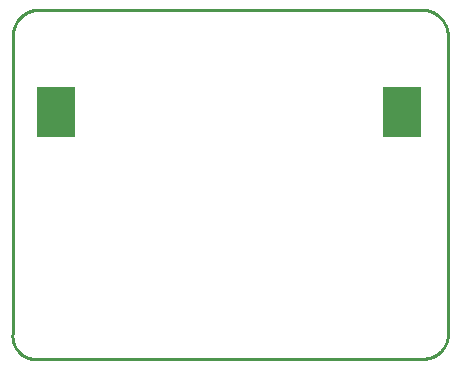
<source format=gbp>
G75*
%MOIN*%
%OFA0B0*%
%FSLAX25Y25*%
%IPPOS*%
%LPD*%
%AMOC8*
5,1,8,0,0,1.08239X$1,22.5*
%
%ADD10C,0.01000*%
%ADD11R,0.12992X0.16929*%
D10*
X0007860Y0046945D02*
X0139110Y0046945D01*
X0139110Y0046944D02*
X0139308Y0046963D01*
X0139504Y0046986D01*
X0139700Y0047014D01*
X0139896Y0047047D01*
X0140090Y0047085D01*
X0140284Y0047127D01*
X0140476Y0047174D01*
X0140667Y0047225D01*
X0140857Y0047281D01*
X0141046Y0047342D01*
X0141233Y0047407D01*
X0141418Y0047477D01*
X0141602Y0047551D01*
X0141784Y0047630D01*
X0141964Y0047713D01*
X0142142Y0047800D01*
X0142317Y0047891D01*
X0142491Y0047987D01*
X0142662Y0048087D01*
X0142830Y0048191D01*
X0142996Y0048299D01*
X0143160Y0048411D01*
X0143320Y0048527D01*
X0143478Y0048647D01*
X0143633Y0048771D01*
X0143784Y0048898D01*
X0143933Y0049029D01*
X0144079Y0049163D01*
X0144221Y0049301D01*
X0144359Y0049443D01*
X0144495Y0049587D01*
X0144627Y0049735D01*
X0144755Y0049886D01*
X0144879Y0050040D01*
X0145000Y0050198D01*
X0145117Y0050357D01*
X0145230Y0050520D01*
X0145339Y0050686D01*
X0145444Y0050853D01*
X0145545Y0051024D01*
X0145641Y0051197D01*
X0145734Y0051372D01*
X0145822Y0051549D01*
X0145906Y0051729D01*
X0145986Y0051910D01*
X0146061Y0052093D01*
X0146132Y0052278D01*
X0146198Y0052465D01*
X0146260Y0052653D01*
X0146317Y0052843D01*
X0146370Y0053034D01*
X0146418Y0053226D01*
X0146461Y0053419D01*
X0146500Y0053614D01*
X0146533Y0053809D01*
X0146563Y0054005D01*
X0146587Y0054201D01*
X0146607Y0054398D01*
X0146622Y0054596D01*
X0146632Y0054794D01*
X0146637Y0054992D01*
X0146638Y0055190D01*
X0146633Y0055388D01*
X0146624Y0055586D01*
X0146611Y0055783D01*
X0146610Y0055783D02*
X0146610Y0154533D01*
X0146607Y0154744D01*
X0146600Y0154956D01*
X0146587Y0155167D01*
X0146569Y0155377D01*
X0146546Y0155588D01*
X0146518Y0155797D01*
X0146485Y0156006D01*
X0146447Y0156214D01*
X0146404Y0156421D01*
X0146356Y0156627D01*
X0146303Y0156832D01*
X0146245Y0157035D01*
X0146182Y0157237D01*
X0146114Y0157437D01*
X0146041Y0157636D01*
X0145964Y0157833D01*
X0145882Y0158027D01*
X0145795Y0158220D01*
X0145704Y0158411D01*
X0145608Y0158599D01*
X0145507Y0158785D01*
X0145402Y0158969D01*
X0145293Y0159150D01*
X0145179Y0159328D01*
X0145061Y0159504D01*
X0144939Y0159676D01*
X0144813Y0159846D01*
X0144682Y0160012D01*
X0144548Y0160175D01*
X0144409Y0160335D01*
X0144267Y0160492D01*
X0144121Y0160645D01*
X0143972Y0160794D01*
X0143819Y0160940D01*
X0143662Y0161082D01*
X0143502Y0161221D01*
X0143339Y0161355D01*
X0143173Y0161486D01*
X0143003Y0161612D01*
X0142831Y0161734D01*
X0142655Y0161852D01*
X0142477Y0161966D01*
X0142296Y0162075D01*
X0142112Y0162180D01*
X0141926Y0162281D01*
X0141738Y0162377D01*
X0141547Y0162468D01*
X0141354Y0162555D01*
X0141160Y0162637D01*
X0140963Y0162714D01*
X0140764Y0162787D01*
X0140564Y0162855D01*
X0140362Y0162918D01*
X0140159Y0162976D01*
X0139954Y0163029D01*
X0139748Y0163077D01*
X0139541Y0163120D01*
X0139333Y0163158D01*
X0139124Y0163191D01*
X0138915Y0163219D01*
X0138704Y0163242D01*
X0138494Y0163260D01*
X0138283Y0163273D01*
X0138071Y0163280D01*
X0137860Y0163283D01*
X0010360Y0163283D01*
X0010149Y0163280D01*
X0009937Y0163273D01*
X0009726Y0163260D01*
X0009516Y0163242D01*
X0009305Y0163219D01*
X0009096Y0163191D01*
X0008887Y0163158D01*
X0008679Y0163120D01*
X0008472Y0163077D01*
X0008266Y0163029D01*
X0008061Y0162976D01*
X0007858Y0162918D01*
X0007656Y0162855D01*
X0007456Y0162787D01*
X0007257Y0162714D01*
X0007060Y0162637D01*
X0006866Y0162555D01*
X0006673Y0162468D01*
X0006482Y0162377D01*
X0006294Y0162281D01*
X0006108Y0162180D01*
X0005924Y0162075D01*
X0005743Y0161966D01*
X0005565Y0161852D01*
X0005389Y0161734D01*
X0005217Y0161612D01*
X0005047Y0161486D01*
X0004881Y0161355D01*
X0004718Y0161221D01*
X0004558Y0161082D01*
X0004401Y0160940D01*
X0004248Y0160794D01*
X0004099Y0160645D01*
X0003953Y0160492D01*
X0003811Y0160335D01*
X0003672Y0160175D01*
X0003538Y0160012D01*
X0003407Y0159846D01*
X0003281Y0159676D01*
X0003159Y0159504D01*
X0003041Y0159328D01*
X0002927Y0159150D01*
X0002818Y0158969D01*
X0002713Y0158785D01*
X0002612Y0158599D01*
X0002516Y0158411D01*
X0002425Y0158220D01*
X0002338Y0158027D01*
X0002256Y0157833D01*
X0002179Y0157636D01*
X0002106Y0157437D01*
X0002038Y0157237D01*
X0001975Y0157035D01*
X0001917Y0156832D01*
X0001864Y0156627D01*
X0001816Y0156421D01*
X0001773Y0156214D01*
X0001735Y0156006D01*
X0001702Y0155797D01*
X0001674Y0155588D01*
X0001651Y0155377D01*
X0001633Y0155167D01*
X0001620Y0154956D01*
X0001613Y0154744D01*
X0001610Y0154533D01*
X0001610Y0055783D01*
X0001581Y0055601D01*
X0001557Y0055417D01*
X0001536Y0055233D01*
X0001521Y0055049D01*
X0001509Y0054865D01*
X0001502Y0054680D01*
X0001500Y0054495D01*
X0001502Y0054310D01*
X0001509Y0054125D01*
X0001520Y0053940D01*
X0001535Y0053756D01*
X0001555Y0053572D01*
X0001580Y0053389D01*
X0001608Y0053206D01*
X0001642Y0053024D01*
X0001679Y0052843D01*
X0001721Y0052663D01*
X0001767Y0052483D01*
X0001818Y0052306D01*
X0001873Y0052129D01*
X0001932Y0051954D01*
X0001995Y0051780D01*
X0002063Y0051608D01*
X0002135Y0051437D01*
X0002210Y0051268D01*
X0002290Y0051101D01*
X0002374Y0050937D01*
X0002462Y0050774D01*
X0002554Y0050613D01*
X0002649Y0050455D01*
X0002749Y0050299D01*
X0002852Y0050145D01*
X0002959Y0049994D01*
X0003069Y0049846D01*
X0003183Y0049700D01*
X0003301Y0049557D01*
X0003421Y0049417D01*
X0003546Y0049280D01*
X0003673Y0049146D01*
X0003804Y0049015D01*
X0003938Y0048887D01*
X0004075Y0048763D01*
X0004214Y0048642D01*
X0004357Y0048524D01*
X0004503Y0048410D01*
X0004651Y0048299D01*
X0004802Y0048192D01*
X0004955Y0048089D01*
X0005111Y0047989D01*
X0005269Y0047894D01*
X0005430Y0047802D01*
X0005593Y0047713D01*
X0005757Y0047629D01*
X0005924Y0047549D01*
X0006093Y0047473D01*
X0006263Y0047401D01*
X0006435Y0047333D01*
X0006609Y0047270D01*
X0006784Y0047210D01*
X0006961Y0047155D01*
X0007138Y0047104D01*
X0007318Y0047058D01*
X0007498Y0047016D01*
X0007679Y0046978D01*
X0007861Y0046944D01*
D11*
X0015886Y0129183D03*
X0131241Y0129183D03*
M02*

</source>
